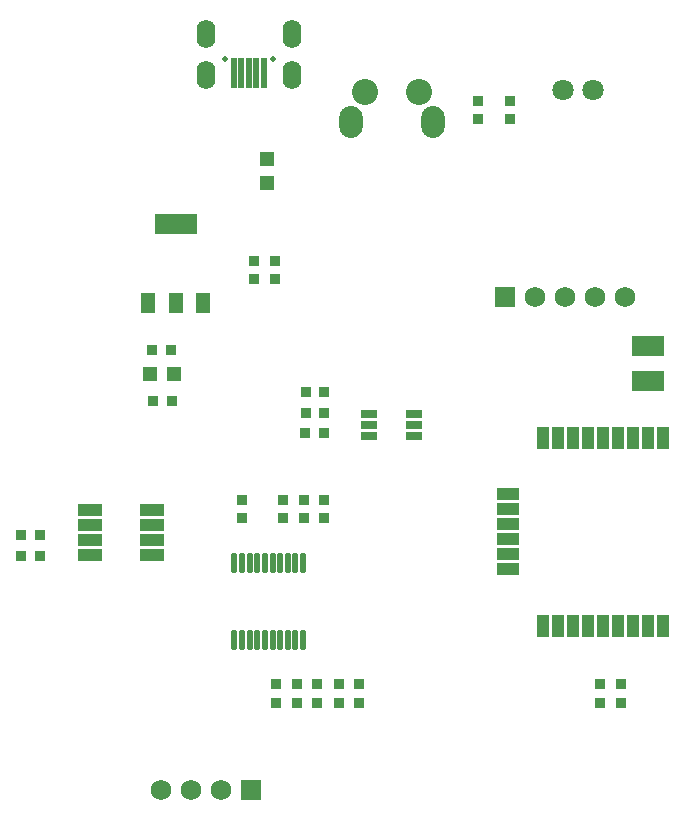
<source format=gts>
%FSTAX23Y23*%
%MOIN*%
%SFA1B1*%

%IPPOS*%
%ADD44R,0.023748X0.102488*%
%ADD45R,0.039496X0.078000*%
%ADD46R,0.078000X0.039496*%
%ADD47R,0.038000X0.033000*%
%ADD48R,0.033000X0.038000*%
%ADD49R,0.106425X0.070992*%
%ADD50R,0.055244X0.031622*%
%ADD51R,0.051307X0.069023*%
%ADD52R,0.143826X0.069023*%
%ADD53R,0.051307X0.069023*%
%ADD54R,0.078866X0.039496*%
%ADD55R,0.051307X0.047370*%
%ADD56R,0.047370X0.051307*%
%ADD57O,0.019811X0.070992*%
%ADD58C,0.070992*%
%ADD59C,0.019811*%
%ADD60O,0.063118X0.094614*%
%ADD61O,0.078866X0.106425*%
%ADD62C,0.086740*%
%ADD63R,0.068000X0.068000*%
%ADD64C,0.068000*%
%LNÎÂÊª¶È¹âÕÕ´«¸Ð-1*%
%LPD*%
G54D44*
X05917Y03852D03*
X05815D03*
X0584D03*
X05866D03*
X05891D03*
G54D45*
X07246Y0201D03*
X07196D03*
X07146D03*
X07096D03*
X07046D03*
X06996D03*
X06946D03*
X06896D03*
X06846D03*
Y02635D03*
X06896D03*
X06946D03*
X06996D03*
X07046D03*
X07096D03*
X07146D03*
X07196D03*
X07246D03*
G54D46*
X06731Y02197D03*
Y02247D03*
Y02297D03*
Y02347D03*
Y02397D03*
Y02447D03*
G54D47*
X05842Y02367D03*
Y02429D03*
X06735Y03698D03*
Y0376D03*
X06048Y02367D03*
Y02429D03*
X05981Y02367D03*
Y02429D03*
X07105Y01815D03*
Y01753D03*
X07037Y01815D03*
Y01753D03*
X06117Y02367D03*
Y02429D03*
X06165Y01753D03*
Y01815D03*
X06631Y0376D03*
Y03698D03*
X06234Y01815D03*
Y01753D03*
X05956Y01815D03*
Y01753D03*
X06094Y01815D03*
Y01753D03*
X06025D03*
Y01815D03*
X05884Y03226D03*
Y03164D03*
X05952Y03226D03*
Y03164D03*
G54D48*
X06117Y0272D03*
X06055D03*
X06054Y02652D03*
X06116D03*
X05546Y0276D03*
X05608D03*
X06117Y0279D03*
X06055D03*
X05606Y02927D03*
X05544D03*
X05169Y02313D03*
X05107D03*
X05169Y02243D03*
X05107D03*
G54D49*
X07196Y02824D03*
Y02942D03*
G54D50*
X06266Y02714D03*
Y02679D03*
Y02643D03*
X06415D03*
Y02679D03*
Y02714D03*
G54D51*
X05622Y03084D03*
X05712D03*
G54D52*
X05622Y03349D03*
G54D53*
X05531Y03084D03*
G54D54*
X05542Y02246D03*
Y02296D03*
Y02346D03*
X05335Y02396D03*
Y02246D03*
Y02296D03*
Y02346D03*
X05542Y02396D03*
G54D55*
X05927Y03485D03*
Y03564D03*
G54D56*
X05537Y02847D03*
X05616D03*
G54D57*
X06047Y0222D03*
X06021D03*
X05996D03*
X0597D03*
X05945D03*
X05919D03*
X05893D03*
X05868D03*
X05842D03*
X05817D03*
X06047Y01963D03*
X06021D03*
X05996D03*
X0597D03*
X05945D03*
X05919D03*
X05893D03*
X05868D03*
X05842D03*
X05817D03*
G54D58*
X06914Y03794D03*
X07014D03*
G54D59*
X05787Y03897D03*
X05945D03*
G54D60*
X05724Y03845D03*
X06008D03*
Y03982D03*
X05724D03*
G54D61*
X06205Y03689D03*
X06481D03*
G54D62*
X06432Y03787D03*
X06254D03*
G54D63*
X06718Y03105D03*
X05874Y01461D03*
G54D64*
X06818Y03105D03*
X06918D03*
X07018D03*
X07118D03*
X05574Y01461D03*
X05674D03*
X05774D03*
M02*
</source>
